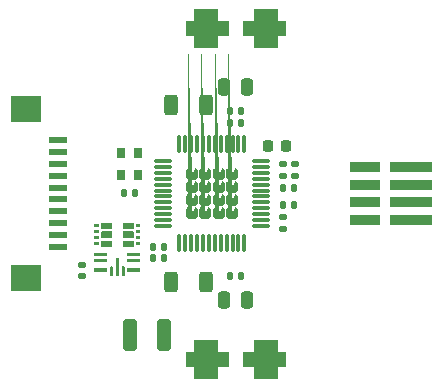
<source format=gtp>
G04 #@! TF.GenerationSoftware,KiCad,Pcbnew,7.0.11*
G04 #@! TF.CreationDate,2024-07-15T13:19:43-04:00*
G04 #@! TF.ProjectId,prism-pcb,70726973-6d2d-4706-9362-2e6b69636164,1.0*
G04 #@! TF.SameCoordinates,Original*
G04 #@! TF.FileFunction,Paste,Top*
G04 #@! TF.FilePolarity,Positive*
%FSLAX46Y46*%
G04 Gerber Fmt 4.6, Leading zero omitted, Abs format (unit mm)*
G04 Created by KiCad (PCBNEW 7.0.11) date 2024-07-15 13:19:43*
%MOMM*%
%LPD*%
G01*
G04 APERTURE LIST*
G04 Aperture macros list*
%AMRoundRect*
0 Rectangle with rounded corners*
0 $1 Rounding radius*
0 $2 $3 $4 $5 $6 $7 $8 $9 X,Y pos of 4 corners*
0 Add a 4 corners polygon primitive as box body*
4,1,4,$2,$3,$4,$5,$6,$7,$8,$9,$2,$3,0*
0 Add four circle primitives for the rounded corners*
1,1,$1+$1,$2,$3*
1,1,$1+$1,$4,$5*
1,1,$1+$1,$6,$7*
1,1,$1+$1,$8,$9*
0 Add four rect primitives between the rounded corners*
20,1,$1+$1,$2,$3,$4,$5,0*
20,1,$1+$1,$4,$5,$6,$7,0*
20,1,$1+$1,$6,$7,$8,$9,0*
20,1,$1+$1,$8,$9,$2,$3,0*%
%AMFreePoly0*
4,1,57,0.310454,0.500914,0.314650,0.501215,0.316895,0.499988,0.322751,0.499147,0.347130,0.483479,0.372568,0.469589,0.469589,0.372568,0.482119,0.355828,0.485300,0.353073,0.486021,0.350617,0.489565,0.345883,0.495723,0.317573,0.503891,0.289756,0.503891,-0.289756,0.500914,-0.310455,0.501215,-0.314651,0.499988,-0.316896,0.499147,-0.322751,0.483480,-0.347128,0.469589,-0.372568,
0.372568,-0.469589,0.355826,-0.482121,0.353073,-0.485300,0.350618,-0.486020,0.345883,-0.489566,0.317566,-0.495725,0.289756,-0.503891,-0.289756,-0.503891,-0.310455,-0.500914,-0.314651,-0.501215,-0.316896,-0.499988,-0.322751,-0.499147,-0.347128,-0.483480,-0.372568,-0.469589,-0.469589,-0.372568,-0.482121,-0.355826,-0.485300,-0.353073,-0.486020,-0.350618,-0.489566,-0.345883,-0.495725,-0.317566,
-0.503891,-0.289756,-0.503891,0.289756,-0.500914,0.310454,-0.501215,0.314650,-0.499988,0.316895,-0.499147,0.322751,-0.483479,0.347130,-0.469589,0.372568,-0.372568,0.469589,-0.355828,0.482119,-0.353073,0.485300,-0.350617,0.486021,-0.345883,0.489565,-0.317573,0.495723,-0.289756,0.503891,0.289756,0.503891,0.310454,0.500914,0.310454,0.500914,$1*%
G04 Aperture macros list end*
%ADD10C,0.010000*%
%ADD11RoundRect,0.250000X0.312500X0.625000X-0.312500X0.625000X-0.312500X-0.625000X0.312500X-0.625000X0*%
%ADD12RoundRect,0.250000X0.325000X1.100000X-0.325000X1.100000X-0.325000X-1.100000X0.325000X-1.100000X0*%
%ADD13RoundRect,0.140000X-0.140000X-0.170000X0.140000X-0.170000X0.140000X0.170000X-0.140000X0.170000X0*%
%ADD14R,3.550000X0.850000*%
%ADD15R,2.650000X0.850000*%
%ADD16RoundRect,0.250000X-0.250000X-0.475000X0.250000X-0.475000X0.250000X0.475000X-0.250000X0.475000X0*%
%ADD17R,2.600000X2.300000*%
%ADD18R,1.500000X0.600000*%
%ADD19FreePoly0,0.000000*%
%ADD20RoundRect,0.075000X-0.662500X-0.075000X0.662500X-0.075000X0.662500X0.075000X-0.662500X0.075000X0*%
%ADD21RoundRect,0.075000X-0.075000X-0.662500X0.075000X-0.662500X0.075000X0.662500X-0.075000X0.662500X0*%
%ADD22RoundRect,0.135000X-0.185000X0.135000X-0.185000X-0.135000X0.185000X-0.135000X0.185000X0.135000X0*%
%ADD23R,0.800000X0.900000*%
%ADD24RoundRect,0.225000X0.225000X0.250000X-0.225000X0.250000X-0.225000X-0.250000X0.225000X-0.250000X0*%
%ADD25RoundRect,0.140000X-0.170000X0.140000X-0.170000X-0.140000X0.170000X-0.140000X0.170000X0.140000X0*%
G04 APERTURE END LIST*
D10*
X152850000Y-115000000D02*
X153800000Y-115000000D01*
X153800000Y-116200000D01*
X152850000Y-116200000D01*
X152850000Y-117200000D01*
X150850000Y-117200000D01*
X150850000Y-116200000D01*
X150200000Y-116200000D01*
X150200000Y-115000000D01*
X150850000Y-115000000D01*
X150850000Y-114000000D01*
X152850000Y-114000000D01*
X152850000Y-115000000D01*
G36*
X152850000Y-115000000D02*
G01*
X153800000Y-115000000D01*
X153800000Y-116200000D01*
X152850000Y-116200000D01*
X152850000Y-117200000D01*
X150850000Y-117200000D01*
X150850000Y-116200000D01*
X150200000Y-116200000D01*
X150200000Y-115000000D01*
X150850000Y-115000000D01*
X150850000Y-114000000D01*
X152850000Y-114000000D01*
X152850000Y-115000000D01*
G37*
X157950000Y-115000000D02*
X158600000Y-115000000D01*
X158600000Y-116200000D01*
X157950000Y-116200000D01*
X157950000Y-117200000D01*
X155950000Y-117200000D01*
X155950000Y-116200000D01*
X155000000Y-116200000D01*
X155000000Y-115000000D01*
X155950000Y-115000000D01*
X155950000Y-114000000D01*
X157950000Y-114000000D01*
X157950000Y-115000000D01*
G36*
X157950000Y-115000000D02*
G01*
X158600000Y-115000000D01*
X158600000Y-116200000D01*
X157950000Y-116200000D01*
X157950000Y-117200000D01*
X155950000Y-117200000D01*
X155950000Y-116200000D01*
X155000000Y-116200000D01*
X155000000Y-115000000D01*
X155950000Y-115000000D01*
X155950000Y-114000000D01*
X157950000Y-114000000D01*
X157950000Y-115000000D01*
G37*
G36*
X146350001Y-107924500D02*
G01*
X146350001Y-108199500D01*
X146299999Y-108249500D01*
X145300001Y-108249500D01*
X145250001Y-108199500D01*
X145250001Y-107924500D01*
X145300001Y-107874500D01*
X146299999Y-107874500D01*
X146350001Y-107924500D01*
G37*
G36*
X146350001Y-107174999D02*
G01*
X146350001Y-107324999D01*
X146299999Y-107375001D01*
X145300001Y-107375001D01*
X145250001Y-107324999D01*
X145250001Y-107174999D01*
X145300001Y-107124999D01*
X146299999Y-107124999D01*
X146350001Y-107174999D01*
G37*
G36*
X146349501Y-105724999D02*
G01*
X146349501Y-105874999D01*
X146299501Y-105924999D01*
X146024500Y-105924999D01*
X145974500Y-105874999D01*
X145974500Y-105724999D01*
X146024500Y-105675000D01*
X146299501Y-105675000D01*
X146349501Y-105724999D01*
G37*
G36*
X146349501Y-105225000D02*
G01*
X146349501Y-105375000D01*
X146299501Y-105425000D01*
X146024500Y-105425000D01*
X145974500Y-105375000D01*
X145974500Y-105225000D01*
X146024500Y-105175001D01*
X146299501Y-105175001D01*
X146349501Y-105225000D01*
G37*
G36*
X146349501Y-104724999D02*
G01*
X146349501Y-104875001D01*
X146299501Y-104925001D01*
X146024500Y-104925001D01*
X145974500Y-104875001D01*
X145974500Y-104724999D01*
X146024500Y-104674999D01*
X146299501Y-104674999D01*
X146349501Y-104724999D01*
G37*
G36*
X146349501Y-104225000D02*
G01*
X146349501Y-104375000D01*
X146299501Y-104425000D01*
X146024500Y-104425000D01*
X145974500Y-104375000D01*
X145974500Y-104225000D01*
X146024500Y-104175000D01*
X146299501Y-104175000D01*
X146349501Y-104225000D01*
G37*
G36*
X145780000Y-105657499D02*
G01*
X145780000Y-106072499D01*
X145730000Y-106122499D01*
X144899999Y-106122499D01*
X144849999Y-106072499D01*
X144849999Y-105657499D01*
X144899999Y-105607499D01*
X145730000Y-105607499D01*
X145780000Y-105657499D01*
G37*
G36*
X145780000Y-104840000D02*
G01*
X145780000Y-105359999D01*
X145730000Y-105409999D01*
X144899999Y-105409999D01*
X144849999Y-105359999D01*
X144849999Y-104840000D01*
X144899999Y-104790000D01*
X145730000Y-104790000D01*
X145780000Y-104840000D01*
G37*
G36*
X145780000Y-104122501D02*
G01*
X145780000Y-104537501D01*
X145730000Y-104587501D01*
X144899999Y-104587501D01*
X144849999Y-104537501D01*
X144849999Y-104122501D01*
X144899999Y-104072501D01*
X145730000Y-104072501D01*
X145780000Y-104122501D01*
G37*
G36*
X146349999Y-106675000D02*
G01*
X146349999Y-106825000D01*
X146299999Y-106875000D01*
X145300001Y-106875000D01*
X145250001Y-106825000D01*
X145250001Y-106675000D01*
X145300001Y-106625000D01*
X146299999Y-106625000D01*
X146349999Y-106675000D01*
G37*
G36*
X145025000Y-107799999D02*
G01*
X145025000Y-108499998D01*
X144975000Y-108550000D01*
X144825000Y-108550000D01*
X144775001Y-108499998D01*
X144775001Y-107799999D01*
X144825000Y-107749999D01*
X144975000Y-107749999D01*
X145025000Y-107799999D01*
G37*
G36*
X144550000Y-107074499D02*
G01*
X144550000Y-108499500D01*
X144500000Y-108549500D01*
X144300000Y-108549500D01*
X144250000Y-108499500D01*
X144250000Y-107074499D01*
X144300000Y-107024499D01*
X144500000Y-107024499D01*
X144550000Y-107074499D01*
G37*
G36*
X143950001Y-104840000D02*
G01*
X143950001Y-105359999D01*
X143900001Y-105409999D01*
X143070000Y-105409999D01*
X143020000Y-105359999D01*
X143020000Y-104840000D01*
X143070000Y-104790000D01*
X143900001Y-104790000D01*
X143950001Y-104840000D01*
G37*
G36*
X144024999Y-107799999D02*
G01*
X144024999Y-108499998D01*
X143975000Y-108549998D01*
X143825000Y-108549998D01*
X143775000Y-108499998D01*
X143775000Y-107799999D01*
X143825000Y-107749999D01*
X143975000Y-107749999D01*
X144024999Y-107799999D01*
G37*
G36*
X143549999Y-107174999D02*
G01*
X143549999Y-107324999D01*
X143499999Y-107375001D01*
X142500001Y-107375001D01*
X142449999Y-107324999D01*
X142449999Y-107174999D01*
X142500001Y-107124999D01*
X143499999Y-107124999D01*
X143549999Y-107174999D01*
G37*
G36*
X143549999Y-106675000D02*
G01*
X143549999Y-106825000D01*
X143499999Y-106875000D01*
X142500001Y-106875000D01*
X142450001Y-106825000D01*
X142450001Y-106675000D01*
X142500001Y-106625000D01*
X143499999Y-106625000D01*
X143549999Y-106675000D01*
G37*
G36*
X143950001Y-105657499D02*
G01*
X143950001Y-106072499D01*
X143900001Y-106122499D01*
X143070000Y-106122499D01*
X143020000Y-106072499D01*
X143020000Y-105657499D01*
X143070000Y-105607499D01*
X143900001Y-105607499D01*
X143950001Y-105657499D01*
G37*
G36*
X143950001Y-104122501D02*
G01*
X143950001Y-104537501D01*
X143900001Y-104587501D01*
X143070000Y-104587501D01*
X143020000Y-104537501D01*
X143020000Y-104122501D01*
X143070000Y-104072501D01*
X143900001Y-104072501D01*
X143950001Y-104122501D01*
G37*
G36*
X142825500Y-105724999D02*
G01*
X142825500Y-105874999D01*
X142775500Y-105924999D01*
X142500499Y-105924999D01*
X142450499Y-105874999D01*
X142450499Y-105724999D01*
X142500499Y-105675000D01*
X142775500Y-105675000D01*
X142825500Y-105724999D01*
G37*
G36*
X142825500Y-105225000D02*
G01*
X142825500Y-105375000D01*
X142775500Y-105425000D01*
X142500499Y-105425000D01*
X142450499Y-105375000D01*
X142450499Y-105225000D01*
X142500499Y-105175001D01*
X142775500Y-105175001D01*
X142825500Y-105225000D01*
G37*
G36*
X142825500Y-104724999D02*
G01*
X142825500Y-104875001D01*
X142775500Y-104925001D01*
X142500499Y-104925001D01*
X142450499Y-104875001D01*
X142450499Y-104724999D01*
X142500499Y-104674999D01*
X142775500Y-104674999D01*
X142825500Y-104724999D01*
G37*
G36*
X142825500Y-104225000D02*
G01*
X142825500Y-104375000D01*
X142775500Y-104425000D01*
X142500499Y-104425000D01*
X142450499Y-104375000D01*
X142450499Y-104225000D01*
X142500499Y-104175000D01*
X142775500Y-104175000D01*
X142825500Y-104225000D01*
G37*
G36*
X143549999Y-107924500D02*
G01*
X143549999Y-108199500D01*
X143499999Y-108249500D01*
X142500001Y-108249500D01*
X142449999Y-108199500D01*
X142449999Y-107924500D01*
X142500001Y-107874500D01*
X143499999Y-107874500D01*
X143549999Y-107924500D01*
G37*
X152850000Y-87000000D02*
X153800000Y-87000000D01*
X153800000Y-88200000D01*
X152850000Y-88200000D01*
X152850000Y-89200000D01*
X150850000Y-89200000D01*
X150850000Y-88200000D01*
X150200000Y-88200000D01*
X150200000Y-87000000D01*
X150850000Y-87000000D01*
X150850000Y-86000000D01*
X152850000Y-86000000D01*
X152850000Y-87000000D01*
G36*
X152850000Y-87000000D02*
G01*
X153800000Y-87000000D01*
X153800000Y-88200000D01*
X152850000Y-88200000D01*
X152850000Y-89200000D01*
X150850000Y-89200000D01*
X150850000Y-88200000D01*
X150200000Y-88200000D01*
X150200000Y-87000000D01*
X150850000Y-87000000D01*
X150850000Y-86000000D01*
X152850000Y-86000000D01*
X152850000Y-87000000D01*
G37*
X157950000Y-87000000D02*
X158600000Y-87000000D01*
X158600000Y-88200000D01*
X157950000Y-88200000D01*
X157950000Y-89200000D01*
X155950000Y-89200000D01*
X155950000Y-88200000D01*
X155000000Y-88200000D01*
X155000000Y-87000000D01*
X155950000Y-87000000D01*
X155950000Y-86000000D01*
X157950000Y-86000000D01*
X157950000Y-87000000D01*
G36*
X157950000Y-87000000D02*
G01*
X158600000Y-87000000D01*
X158600000Y-88200000D01*
X157950000Y-88200000D01*
X157950000Y-89200000D01*
X155950000Y-89200000D01*
X155950000Y-88200000D01*
X155000000Y-88200000D01*
X155000000Y-87000000D01*
X155950000Y-87000000D01*
X155950000Y-86000000D01*
X157950000Y-86000000D01*
X157950000Y-87000000D01*
G37*
D11*
X151862500Y-109100000D03*
X148937500Y-109100000D03*
D12*
X148375000Y-113600000D03*
X145425000Y-113600000D03*
D13*
X153920000Y-94600000D03*
X154880000Y-94600000D03*
X158420000Y-101100000D03*
X159380000Y-101100000D03*
X158420000Y-102600000D03*
X159380000Y-102600000D03*
D14*
X169250000Y-103850000D03*
X169250000Y-102350000D03*
X169250000Y-100850000D03*
X169250000Y-99350000D03*
D15*
X165350000Y-103850000D03*
X165350000Y-102350000D03*
X165350000Y-100850000D03*
X165350000Y-99350000D03*
D16*
X153450000Y-110600000D03*
X155350000Y-110600000D03*
D13*
X153920000Y-95600000D03*
X154880000Y-95600000D03*
D17*
X136650000Y-108750000D03*
X136650000Y-94450000D03*
D18*
X139400000Y-97100000D03*
X139400000Y-98100001D03*
X139400000Y-99100001D03*
X139400000Y-100100002D03*
X139400000Y-101100002D03*
X139400000Y-102100000D03*
X139400000Y-103100001D03*
X139400000Y-104100001D03*
X139400000Y-105100002D03*
X139400000Y-106100002D03*
D16*
X153450000Y-92600000D03*
X155350000Y-92600000D03*
D19*
X150712500Y-99912500D03*
X150712500Y-101037500D03*
X150712500Y-102162500D03*
X150712500Y-103287500D03*
X151837500Y-99912500D03*
X151837500Y-101037500D03*
X151837500Y-102162500D03*
X151837500Y-103287500D03*
X152962500Y-99912500D03*
X152962500Y-101037500D03*
X152962500Y-102162500D03*
X152962500Y-103287500D03*
X154087500Y-99912500D03*
X154087500Y-101037500D03*
X154087500Y-102162500D03*
X154087500Y-103287500D03*
D20*
X148237500Y-98850000D03*
X148237500Y-99350000D03*
X148237500Y-99850000D03*
X148237500Y-100350000D03*
X148237500Y-100850000D03*
X148237500Y-101350000D03*
X148237500Y-101850000D03*
X148237500Y-102350000D03*
X148237500Y-102850000D03*
X148237500Y-103350000D03*
X148237500Y-103850000D03*
X148237500Y-104350000D03*
D21*
X149650000Y-105762500D03*
X150150000Y-105762500D03*
X150650000Y-105762500D03*
X151150000Y-105762500D03*
X151650000Y-105762500D03*
X152150000Y-105762500D03*
X152650000Y-105762500D03*
X153150000Y-105762500D03*
X153650000Y-105762500D03*
X154150000Y-105762500D03*
X154650000Y-105762500D03*
X155150000Y-105762500D03*
D20*
X156562500Y-104350000D03*
X156562500Y-103850000D03*
X156562500Y-103350000D03*
X156562500Y-102850000D03*
X156562500Y-102350000D03*
X156562500Y-101850000D03*
X156562500Y-101350000D03*
X156562500Y-100850000D03*
X156562500Y-100350000D03*
X156562500Y-99850000D03*
X156562500Y-99350000D03*
X156562500Y-98850000D03*
D21*
X155150000Y-97437500D03*
X154650000Y-97437500D03*
X154150000Y-97437500D03*
X153650000Y-97437500D03*
X153150000Y-97437500D03*
X152650000Y-97437500D03*
X152150000Y-97437500D03*
X151650000Y-97437500D03*
X151150000Y-97437500D03*
X150650000Y-97437500D03*
X150150000Y-97437500D03*
X149650000Y-97437500D03*
D13*
X153920000Y-108600000D03*
X154880000Y-108600000D03*
D11*
X151862500Y-94100000D03*
X148937500Y-94100000D03*
D22*
X158400000Y-99090000D03*
X158400000Y-100110000D03*
D13*
X144920000Y-101600000D03*
X145880000Y-101600000D03*
D23*
X146125000Y-100025000D03*
X146125000Y-98175000D03*
X144675000Y-98175000D03*
X144675000Y-100025000D03*
D13*
X147420000Y-107100000D03*
X148380000Y-107100000D03*
D24*
X158675000Y-97600000D03*
X157125000Y-97600000D03*
D22*
X158400000Y-103590000D03*
X158400000Y-104610000D03*
D25*
X141400000Y-107620000D03*
X141400000Y-108580000D03*
D13*
X147420000Y-106100000D03*
X148380000Y-106100000D03*
D25*
X159400000Y-99120000D03*
X159400000Y-100080000D03*
M02*

</source>
